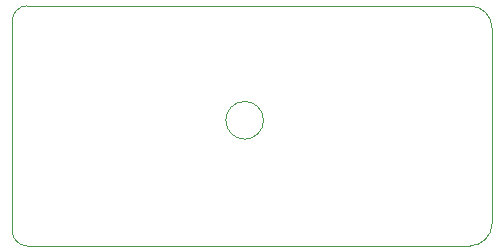
<source format=gbr>
%TF.GenerationSoftware,Altium Limited,Altium Designer,20.0.11 (256)*%
G04 Layer_Color=16711935*
%FSLAX26Y26*%
%MOIN*%
%TF.FileFunction,Other,Board*%
%TF.Part,Single*%
G01*
G75*
%TA.AperFunction,NonConductor*%
%ADD38C,0.001000*%
D38*
X775500Y480999D02*
G03*
X712508Y418007I0J-62992D01*
G01*
X838492D02*
G03*
X775500Y480999I-62992J0D01*
G01*
Y355015D02*
G03*
X838492Y418007I0J62992D01*
G01*
X712508D02*
G03*
X775500Y355015I62992J0D01*
G01*
X1525500Y-497D02*
G03*
X1600500Y74503I0J75000D01*
G01*
Y724503D02*
G03*
X1525500Y799503I-75000J0D01*
G01*
X50500D02*
G03*
X500Y749503I0J-50000D01*
G01*
Y49503D02*
G03*
X50500Y-497I50000J0D01*
G01*
X1525500D01*
X1600500Y74503D02*
Y724503D01*
X50500Y799503D02*
X1525500D01*
X500Y49503D02*
Y749503D01*
%TF.MD5,81ae7f0f910e0f9385c91ad7b9516cf8*%
M02*

</source>
